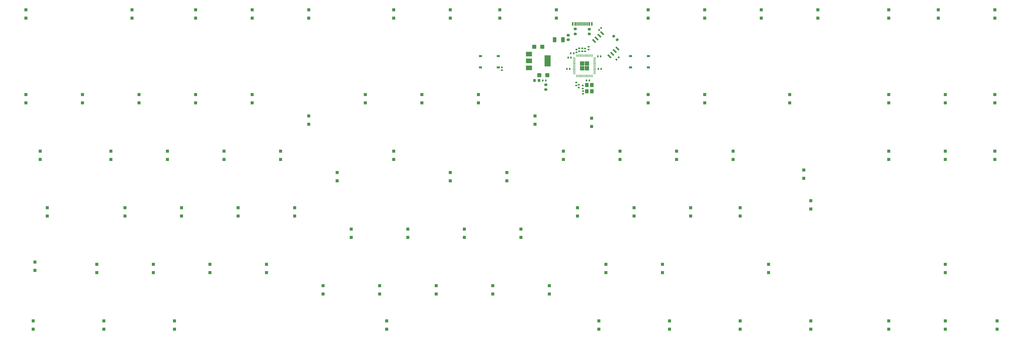
<source format=gbp>
G04 #@! TF.GenerationSoftware,KiCad,Pcbnew,(7.0.0)*
G04 #@! TF.CreationDate,2023-02-27T14:14:18+01:00*
G04 #@! TF.ProjectId,Belja80,42656c6a-6138-4302-9e6b-696361645f70,1.0*
G04 #@! TF.SameCoordinates,Original*
G04 #@! TF.FileFunction,Paste,Bot*
G04 #@! TF.FilePolarity,Positive*
%FSLAX46Y46*%
G04 Gerber Fmt 4.6, Leading zero omitted, Abs format (unit mm)*
G04 Created by KiCad (PCBNEW (7.0.0)) date 2023-02-27 14:14:18*
%MOMM*%
%LPD*%
G01*
G04 APERTURE LIST*
G04 Aperture macros list*
%AMRoundRect*
0 Rectangle with rounded corners*
0 $1 Rounding radius*
0 $2 $3 $4 $5 $6 $7 $8 $9 X,Y pos of 4 corners*
0 Add a 4 corners polygon primitive as box body*
4,1,4,$2,$3,$4,$5,$6,$7,$8,$9,$2,$3,0*
0 Add four circle primitives for the rounded corners*
1,1,$1+$1,$2,$3*
1,1,$1+$1,$4,$5*
1,1,$1+$1,$6,$7*
1,1,$1+$1,$8,$9*
0 Add four rect primitives between the rounded corners*
20,1,$1+$1,$2,$3,$4,$5,0*
20,1,$1+$1,$4,$5,$6,$7,0*
20,1,$1+$1,$6,$7,$8,$9,0*
20,1,$1+$1,$8,$9,$2,$3,0*%
%AMRotRect*
0 Rectangle, with rotation*
0 The origin of the aperture is its center*
0 $1 length*
0 $2 width*
0 $3 Rotation angle, in degrees counterclockwise*
0 Add horizontal line*
21,1,$1,$2,0,0,$3*%
G04 Aperture macros list end*
%ADD10C,0.100000*%
%ADD11RoundRect,0.140000X0.021213X-0.219203X0.219203X-0.021213X-0.021213X0.219203X-0.219203X0.021213X0*%
%ADD12R,1.100000X1.100000*%
%ADD13RoundRect,0.140000X0.140000X0.170000X-0.140000X0.170000X-0.140000X-0.170000X0.140000X-0.170000X0*%
%ADD14R,1.000000X0.750000*%
%ADD15RoundRect,0.218750X-0.256250X0.218750X-0.256250X-0.218750X0.256250X-0.218750X0.256250X0.218750X0*%
%ADD16RoundRect,0.140000X-0.170000X0.140000X-0.170000X-0.140000X0.170000X-0.140000X0.170000X0.140000X0*%
%ADD17RoundRect,0.140000X-0.140000X-0.170000X0.140000X-0.170000X0.140000X0.170000X-0.140000X0.170000X0*%
%ADD18RoundRect,0.200000X0.275000X-0.200000X0.275000X0.200000X-0.275000X0.200000X-0.275000X-0.200000X0*%
%ADD19RoundRect,0.135000X0.185000X-0.135000X0.185000X0.135000X-0.185000X0.135000X-0.185000X-0.135000X0*%
%ADD20RotRect,1.487399X0.532600X135.000000*%
%ADD21RoundRect,0.250000X0.375000X0.625000X-0.375000X0.625000X-0.375000X-0.625000X0.375000X-0.625000X0*%
%ADD22RoundRect,0.218750X-0.218750X-0.256250X0.218750X-0.256250X0.218750X0.256250X-0.218750X0.256250X0*%
%ADD23RoundRect,0.200000X-0.275000X0.200000X-0.275000X-0.200000X0.275000X-0.200000X0.275000X0.200000X0*%
%ADD24RoundRect,0.135000X0.035355X-0.226274X0.226274X-0.035355X-0.035355X0.226274X-0.226274X0.035355X0*%
%ADD25RoundRect,0.250000X0.450000X0.425000X-0.450000X0.425000X-0.450000X-0.425000X0.450000X-0.425000X0*%
%ADD26R,0.807999X0.178600*%
%ADD27R,0.178600X0.807999*%
%ADD28RoundRect,0.135000X0.135000X0.185000X-0.135000X0.185000X-0.135000X-0.185000X0.135000X-0.185000X0*%
%ADD29RoundRect,0.200000X0.335876X0.053033X0.053033X0.335876X-0.335876X-0.053033X-0.053033X-0.335876X0*%
%ADD30RoundRect,0.140000X0.170000X-0.140000X0.170000X0.140000X-0.170000X0.140000X-0.170000X-0.140000X0*%
%ADD31R,0.600000X1.160000*%
%ADD32R,0.300000X1.160000*%
%ADD33R,2.000000X1.500000*%
%ADD34R,2.000000X3.800000*%
%ADD35R,1.200000X1.400000*%
%ADD36RoundRect,0.135000X-0.185000X0.135000X-0.185000X-0.135000X0.185000X-0.135000X0.185000X0.135000X0*%
G04 APERTURE END LIST*
G36*
X245111400Y-61031450D02*
G01*
X243711200Y-61031450D01*
X243711200Y-59631250D01*
X245111400Y-59631250D01*
X245111400Y-61031450D01*
G37*
D10*
X245111400Y-61031450D02*
X243711200Y-61031450D01*
X243711200Y-59631250D01*
X245111400Y-59631250D01*
X245111400Y-61031450D01*
G36*
X245111400Y-59431250D02*
G01*
X243711200Y-59431250D01*
X243711200Y-58031050D01*
X245111400Y-58031050D01*
X245111400Y-59431250D01*
G37*
X245111400Y-59431250D02*
X243711200Y-59431250D01*
X243711200Y-58031050D01*
X245111400Y-58031050D01*
X245111400Y-59431250D01*
G36*
X243511200Y-61031450D02*
G01*
X242111000Y-61031450D01*
X242111000Y-59631250D01*
X243511200Y-59631250D01*
X243511200Y-61031450D01*
G37*
X243511200Y-61031450D02*
X242111000Y-61031450D01*
X242111000Y-59631250D01*
X243511200Y-59631250D01*
X243511200Y-61031450D01*
G36*
X243511200Y-59431250D02*
G01*
X242111000Y-59431250D01*
X242111000Y-58031050D01*
X243511200Y-58031050D01*
X243511200Y-59431250D01*
G37*
X243511200Y-59431250D02*
X242111000Y-59431250D01*
X242111000Y-58031050D01*
X243511200Y-58031050D01*
X243511200Y-59431250D01*
D11*
X248529789Y-47481811D03*
X249208611Y-46802989D03*
D12*
X198437499Y-98237499D03*
X198437499Y-95437499D03*
X160337499Y-98237499D03*
X160337499Y-95437499D03*
D13*
X238669516Y-60546613D03*
X237709516Y-60546613D03*
D12*
X105568749Y-145443749D03*
X105568749Y-148243749D03*
X346074999Y-145443749D03*
X346074999Y-148243749D03*
D14*
X265127999Y-56290999D03*
X265127999Y-60040999D03*
X259127999Y-56290999D03*
X259127999Y-60040999D03*
D12*
X346074999Y-88293749D03*
X346074999Y-91093749D03*
D15*
X238125000Y-49218750D03*
X238125000Y-50793750D03*
D12*
X146049999Y-107343749D03*
X146049999Y-110143749D03*
X203199999Y-117287499D03*
X203199999Y-114487499D03*
X241299999Y-107343749D03*
X241299999Y-110143749D03*
X93662499Y-69243749D03*
X93662499Y-72043749D03*
X150812499Y-79187499D03*
X150812499Y-76387499D03*
X382587499Y-145443749D03*
X382587499Y-148243749D03*
D16*
X241750000Y-65920000D03*
X241750000Y-66880000D03*
D12*
X60324999Y-88293749D03*
X60324999Y-91093749D03*
X141287499Y-88293749D03*
X141287499Y-91093749D03*
X255587499Y-88293749D03*
X255587499Y-91093749D03*
X150812499Y-40668749D03*
X150812499Y-43468749D03*
D17*
X244345000Y-64490600D03*
X245305000Y-64490600D03*
D12*
X274637499Y-88293749D03*
X274637499Y-91093749D03*
X131762499Y-40668749D03*
X131762499Y-43468749D03*
X84137499Y-88293749D03*
X84137499Y-91093749D03*
X131762499Y-69243749D03*
X131762499Y-72043749D03*
X265112499Y-40668749D03*
X265112499Y-43468749D03*
X112712499Y-69243749D03*
X112712499Y-72043749D03*
X165099999Y-117287499D03*
X165099999Y-114487499D03*
D18*
X230600000Y-67525000D03*
X230600000Y-65875000D03*
D19*
X241909600Y-54662800D03*
X241909600Y-53642800D03*
D12*
X103187499Y-88293749D03*
X103187499Y-91093749D03*
D13*
X240002000Y-55295800D03*
X239042000Y-55295800D03*
D12*
X284162499Y-69243749D03*
X284162499Y-72043749D03*
D20*
X254732951Y-53690274D03*
X253834926Y-54588300D03*
X252936900Y-55486326D03*
X252038874Y-56384351D03*
X246866247Y-51211724D03*
X247764272Y-50313698D03*
X248662298Y-49415672D03*
X249560324Y-48517647D03*
D12*
X62706249Y-107343749D03*
X62706249Y-110143749D03*
X269874999Y-126393749D03*
X269874999Y-129193749D03*
X55562499Y-40668749D03*
X55562499Y-43468749D03*
D21*
X236350000Y-50800000D03*
X233550000Y-50800000D03*
D12*
X265112499Y-72043749D03*
X265112499Y-69243749D03*
X303212499Y-40668749D03*
X303212499Y-43468749D03*
D22*
X226796500Y-64516000D03*
X228371500Y-64516000D03*
D23*
X245268750Y-47181000D03*
X245268750Y-48831000D03*
D12*
X272256249Y-145443749D03*
X272256249Y-148243749D03*
X155574999Y-136337499D03*
X155574999Y-133537499D03*
X177006249Y-145443749D03*
X177006249Y-148243749D03*
X236537499Y-88293749D03*
X236537499Y-91093749D03*
X215106249Y-40668749D03*
X215106249Y-43468749D03*
X312737499Y-69243749D03*
X312737499Y-72043749D03*
X346074999Y-40668749D03*
X346074999Y-43468749D03*
X234156249Y-40668749D03*
X234156249Y-43468749D03*
X174624999Y-136337499D03*
X174624999Y-133537499D03*
X365124999Y-145443749D03*
X365124999Y-148243749D03*
D14*
X214581999Y-56290999D03*
X214581999Y-60040999D03*
X208581999Y-56290999D03*
X208581999Y-60040999D03*
D12*
X81756249Y-145443749D03*
X81756249Y-148243749D03*
X188912499Y-69243749D03*
X188912499Y-72043749D03*
X122237499Y-88293749D03*
X122237499Y-91093749D03*
X184149999Y-117287499D03*
X184149999Y-114487499D03*
D24*
X254426776Y-57409024D03*
X255148024Y-56687776D03*
D12*
X248443749Y-145443749D03*
X248443749Y-148243749D03*
X169862499Y-69243749D03*
X169862499Y-72043749D03*
X198437499Y-40668749D03*
X198437499Y-43468749D03*
D25*
X231140000Y-62674500D03*
X228440000Y-62674500D03*
D12*
X322262499Y-40668749D03*
X322262499Y-43468749D03*
X74612499Y-69243749D03*
X74612499Y-72043749D03*
X55562499Y-69243749D03*
X55562499Y-72043749D03*
D26*
X247012399Y-56889649D03*
X247012399Y-57296049D03*
X247012399Y-57702449D03*
X247012399Y-58108849D03*
X247012399Y-58515249D03*
X247012399Y-58921649D03*
X247012399Y-59328049D03*
X247012399Y-59734449D03*
X247012399Y-60140849D03*
X247012399Y-60547249D03*
X247012399Y-60953649D03*
X247012399Y-61360049D03*
X247012399Y-61766449D03*
X247012399Y-62172849D03*
D27*
X246252799Y-62932449D03*
X245846399Y-62932449D03*
X245439999Y-62932449D03*
X245033599Y-62932449D03*
X244627199Y-62932449D03*
X244220799Y-62932449D03*
X243814399Y-62932449D03*
X243407999Y-62932449D03*
X243001599Y-62932449D03*
X242595199Y-62932449D03*
X242188799Y-62932449D03*
X241782399Y-62932449D03*
X241375999Y-62932449D03*
X240969599Y-62932449D03*
D26*
X240209999Y-62172849D03*
X240209999Y-61766449D03*
X240209999Y-61360049D03*
X240209999Y-60953649D03*
X240209999Y-60547249D03*
X240209999Y-60140849D03*
X240209999Y-59734449D03*
X240209999Y-59328049D03*
X240209999Y-58921649D03*
X240209999Y-58515249D03*
X240209999Y-58108849D03*
X240209999Y-57702449D03*
X240209999Y-57296049D03*
X240209999Y-56889649D03*
D27*
X240969599Y-56130049D03*
X241375999Y-56130049D03*
X241782399Y-56130049D03*
X242188799Y-56130049D03*
X242595199Y-56130049D03*
X243001599Y-56130049D03*
X243407999Y-56130049D03*
X243814399Y-56130049D03*
X244220799Y-56130049D03*
X244627199Y-56130049D03*
X245033599Y-56130049D03*
X245439999Y-56130049D03*
X245846399Y-56130049D03*
X246252799Y-56130049D03*
D28*
X230634000Y-64516000D03*
X229614000Y-64516000D03*
D12*
X227012499Y-79187499D03*
X227012499Y-76387499D03*
X346074999Y-69243749D03*
X346074999Y-72043749D03*
X231774999Y-136337499D03*
X231774999Y-133537499D03*
D25*
X229442000Y-53149500D03*
X226742000Y-53149500D03*
D12*
X222249999Y-117287499D03*
X222249999Y-114487499D03*
X319881249Y-107762499D03*
X319881249Y-104962499D03*
X91281249Y-40668749D03*
X91281249Y-43468749D03*
D13*
X239091200Y-56769000D03*
X238131200Y-56769000D03*
D12*
X279399999Y-107343749D03*
X279399999Y-110143749D03*
X207962499Y-69243749D03*
X207962499Y-72043749D03*
D17*
X248109800Y-56388000D03*
X249069800Y-56388000D03*
D12*
X57943749Y-145443749D03*
X57943749Y-148243749D03*
D29*
X254659563Y-50773763D03*
X253492837Y-49607037D03*
D12*
X284162499Y-40668749D03*
X284162499Y-43468749D03*
X126999999Y-107343749D03*
X126999999Y-110143749D03*
X293687499Y-88293749D03*
X293687499Y-91093749D03*
D16*
X240825000Y-65170000D03*
X240825000Y-66130000D03*
D12*
X88899999Y-107343749D03*
X88899999Y-110143749D03*
D30*
X243840000Y-54658200D03*
X243840000Y-53698200D03*
D12*
X179387499Y-88293749D03*
X179387499Y-91093749D03*
X98424999Y-126393749D03*
X98424999Y-129193749D03*
X381793749Y-91093749D03*
X381793749Y-88293749D03*
X117474999Y-126393749D03*
X117474999Y-129193749D03*
X381793749Y-43468749D03*
X381793749Y-40668749D03*
X365124999Y-69243749D03*
X365124999Y-72043749D03*
X319881249Y-145443749D03*
X319881249Y-148243749D03*
D31*
X239687499Y-45409999D03*
X240487499Y-45409999D03*
D32*
X241637499Y-45409999D03*
X242637499Y-45409999D03*
X243137499Y-45409999D03*
X244137499Y-45409999D03*
D31*
X245287499Y-45409999D03*
X246087499Y-45409999D03*
X246087499Y-45409999D03*
X245287499Y-45409999D03*
D32*
X244637499Y-45409999D03*
X243637499Y-45409999D03*
X242137499Y-45409999D03*
X241137499Y-45409999D03*
D31*
X240487499Y-45409999D03*
X239687499Y-45409999D03*
D12*
X296068749Y-107343749D03*
X296068749Y-110143749D03*
X362743749Y-40668749D03*
X362743749Y-43468749D03*
D19*
X242900200Y-54662800D03*
X242900200Y-53642800D03*
D12*
X250824999Y-126393749D03*
X250824999Y-129193749D03*
D30*
X243128800Y-68983800D03*
X243128800Y-68023800D03*
D12*
X193674999Y-136337499D03*
X193674999Y-133537499D03*
X365124999Y-126393749D03*
X365124999Y-129193749D03*
X381793749Y-72043749D03*
X381793749Y-69243749D03*
X217487499Y-98237499D03*
X217487499Y-95437499D03*
X365124999Y-88293749D03*
X365124999Y-91093749D03*
D33*
X224941999Y-60211999D03*
X224941999Y-57911999D03*
D34*
X231241999Y-57911999D03*
D33*
X224941999Y-55611999D03*
D17*
X248306478Y-60546907D03*
X249266478Y-60546907D03*
D12*
X112712499Y-40668749D03*
X112712499Y-43468749D03*
D30*
X240911200Y-54980000D03*
X240911200Y-54020000D03*
D12*
X317499999Y-97443749D03*
X317499999Y-94643749D03*
X212724999Y-136337499D03*
X212724999Y-133537499D03*
X136524999Y-126393749D03*
X136524999Y-129193749D03*
D35*
X246137799Y-65955999D03*
X246137799Y-68155999D03*
X244437799Y-68155999D03*
X244437799Y-65955999D03*
D23*
X240563400Y-47155600D03*
X240563400Y-48805600D03*
D30*
X245008400Y-54099400D03*
X245008400Y-53139400D03*
D36*
X243103400Y-66139600D03*
X243103400Y-67159600D03*
D12*
X246062499Y-79981249D03*
X246062499Y-77181249D03*
X79374999Y-126393749D03*
X79374999Y-129193749D03*
X296068749Y-145443749D03*
X296068749Y-148243749D03*
X260349999Y-107343749D03*
X260349999Y-110143749D03*
X107949999Y-107343749D03*
X107949999Y-110143749D03*
X305593749Y-126393749D03*
X305593749Y-129193749D03*
X58549999Y-125599999D03*
X58549999Y-128399999D03*
X179387499Y-40668749D03*
X179387499Y-43468749D03*
D16*
X215798400Y-60045600D03*
X215798400Y-61005600D03*
M02*

</source>
